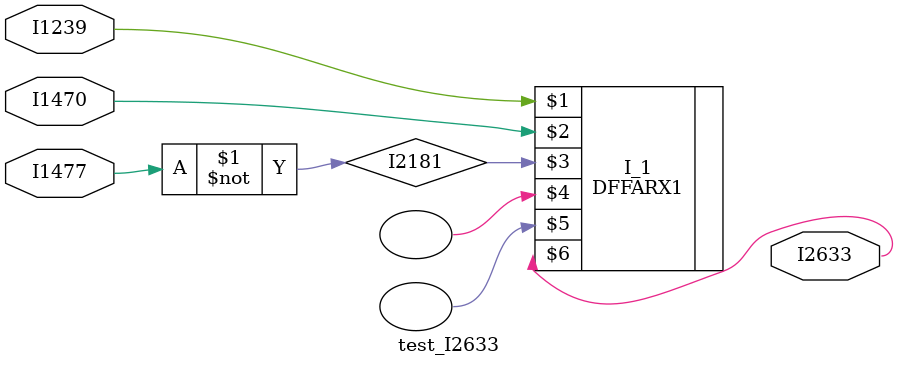
<source format=v>
module test_I2633(I1477,I1470,I1239,I2633);
input I1477,I1470,I1239;
output I2633;
wire I2181;
not I_0(I2181,I1477);
DFFARX1 I_1(I1239,I1470,I2181,,,I2633,);
endmodule



</source>
